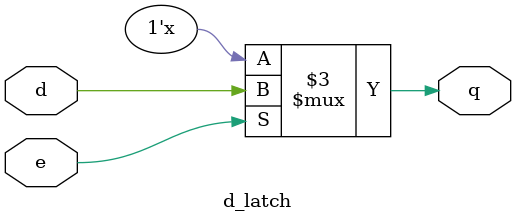
<source format=v>
`timescale 1ns / 1ps

module d_latch(q,d,e); 
  input d,e;
  output q;
  reg q;
  always @ (e or d) begin
    if (e) q = d; //Same as: if (control = 1)
  end
endmodule

</source>
